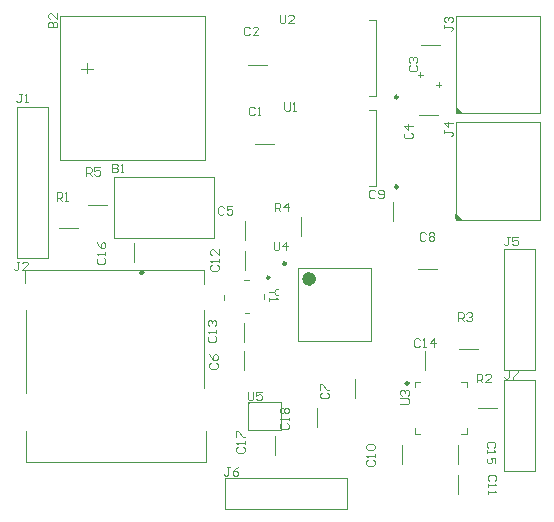
<source format=gto>
G04*
G04 #@! TF.GenerationSoftware,Altium Limited,Altium Designer,21.6.1 (37)*
G04*
G04 Layer_Color=65535*
%FSLAX25Y25*%
%MOIN*%
G70*
G04*
G04 #@! TF.SameCoordinates,5AA223CE-A3B5-4ABD-9865-E1F73ECA8A72*
G04*
G04*
G04 #@! TF.FilePolarity,Positive*
G04*
G01*
G75*
%ADD10C,0.00984*%
%ADD11C,0.01000*%
%ADD12C,0.02362*%
%ADD13C,0.00394*%
%ADD14C,0.00370*%
%ADD15C,0.00488*%
G36*
X541606Y326641D02*
X543861Y324386D01*
X541756D01*
X541230Y324911D01*
Y326406D01*
X541606Y326641D01*
D02*
G37*
G36*
X541803Y362074D02*
X544058Y359819D01*
X541953D01*
X541427Y360345D01*
Y361839D01*
X541803Y362074D01*
D02*
G37*
D10*
X437303Y306791D02*
G03*
X437303Y306791I-492J0D01*
G01*
X522146Y365335D02*
G03*
X522146Y365335I-492J0D01*
G01*
Y335413D02*
G03*
X522146Y335413I-492J0D01*
G01*
X525689Y269882D02*
G03*
X525689Y269882I-492J0D01*
G01*
X484842Y309842D02*
G03*
X484842Y309842I-492J0D01*
G01*
D11*
X479266Y305108D02*
G03*
X479266Y305108I-394J0D01*
G01*
D12*
X493701Y304724D02*
G03*
X493701Y304724I-1181J0D01*
G01*
D13*
X541634Y360138D02*
Y392520D01*
X569587D01*
Y359941D02*
Y392520D01*
X541831Y359941D02*
X569587D01*
X542500Y281496D02*
X548839D01*
X548800Y261811D02*
X555138D01*
X505087Y228135D02*
Y238371D01*
X464733D02*
X505087D01*
X464635Y238272D02*
X464733Y238371D01*
X464635Y228036D02*
Y238272D01*
Y228036D02*
X504989D01*
X505087Y228135D01*
X458036Y243808D02*
Y254134D01*
X398065Y243808D02*
Y254134D01*
Y243808D02*
X458036D01*
X398193Y266830D02*
Y294389D01*
X397799Y303444D02*
Y307775D01*
X457642D01*
Y268405D02*
Y294389D01*
Y303050D02*
Y307775D01*
X434253Y310217D02*
Y316556D01*
X427362Y338583D02*
X460728D01*
X427362Y318307D02*
Y338583D01*
Y318307D02*
X460827D01*
Y338484D01*
X418878Y329528D02*
X425216D01*
X409035Y321654D02*
X415373D01*
X395291Y362135D02*
X405527D01*
X395291Y311741D02*
Y362135D01*
Y311741D02*
X405527D01*
Y362135D01*
X418504Y373228D02*
Y376772D01*
X416535Y374803D02*
X420472D01*
X409449Y392520D02*
X457874D01*
Y344488D02*
Y392520D01*
X409449Y344488D02*
X457874D01*
X409449D02*
Y392520D01*
X528740Y372736D02*
X530413D01*
X529921Y382677D02*
X536221D01*
X529577Y371900D02*
Y373573D01*
X512402Y390945D02*
X514764D01*
Y365748D02*
Y390945D01*
X512402Y365748D02*
X514764D01*
X534941Y369390D02*
X536614D01*
X529134Y359449D02*
X535433D01*
X535778Y368553D02*
Y370226D01*
X512402Y361024D02*
X514764D01*
Y335827D02*
Y361024D01*
X512402Y335827D02*
X514764D01*
X541437Y324705D02*
Y357087D01*
X569390D01*
Y324508D02*
Y357087D01*
X541634Y324508D02*
X569390D01*
X472027Y375985D02*
X478365D01*
X527756Y268602D02*
Y270472D01*
X529626D01*
X543209D02*
X545079D01*
Y268602D02*
Y270472D01*
Y253150D02*
Y255020D01*
X543209Y253150D02*
X545079D01*
X527756D02*
Y255020D01*
Y253150D02*
X529626D01*
X531102Y274389D02*
Y280728D01*
X542323Y242894D02*
Y249233D01*
X542127Y233052D02*
Y239390D01*
X523622Y242893D02*
Y249232D01*
X470946Y304408D02*
X472521D01*
X477427Y298178D02*
Y299572D01*
X471260Y293307D02*
X472653D01*
X464320Y297767D02*
Y299342D01*
X528721Y307874D02*
X535060D01*
X520472Y323995D02*
Y330334D01*
X489764Y318878D02*
Y325217D01*
X471259Y317696D02*
Y324035D01*
X470866Y274389D02*
Y280728D01*
X557480Y274213D02*
X567717D01*
Y314567D01*
X567618Y314665D02*
X567717Y314567D01*
X557382Y314665D02*
X567618D01*
X557382Y274311D02*
Y314665D01*
Y274311D02*
X557480Y274213D01*
X567618Y271035D02*
X567717Y270936D01*
X557382Y240917D02*
Y271035D01*
X557579Y240720D02*
X567717D01*
X557382Y240917D02*
X557579Y240720D01*
X567717D02*
Y270936D01*
X557382Y271035D02*
X567618D01*
X495276Y255493D02*
Y261831D01*
X472146Y254331D02*
X483169D01*
X472146Y263779D02*
X483169D01*
X472146Y254331D02*
Y263779D01*
X483169Y254331D02*
Y263779D01*
X472146Y262992D02*
Y263779D01*
Y262992D02*
X472933Y263779D01*
X472146D02*
X472539Y263386D01*
X481102Y246043D02*
Y252381D01*
X474389Y349607D02*
X480728D01*
X507874Y264942D02*
Y271280D01*
X488779Y284055D02*
Y308465D01*
X513189Y284055D02*
Y308465D01*
X488779D02*
X513189D01*
X488779Y284055D02*
X513189D01*
X470866Y283838D02*
Y290177D01*
X471260Y307855D02*
Y314193D01*
D14*
X537552Y389289D02*
Y388339D01*
Y388814D01*
X539926D01*
X540401Y388339D01*
Y387864D01*
X539926Y387389D01*
X538027Y390239D02*
X537552Y390714D01*
Y391663D01*
X538027Y392138D01*
X538502D01*
X538976Y391663D01*
Y391189D01*
Y391663D01*
X539451Y392138D01*
X539926D01*
X540401Y391663D01*
Y390714D01*
X539926Y390239D01*
X466060Y241976D02*
X465111D01*
X465586D01*
Y239601D01*
X465111Y239126D01*
X464636D01*
X464161Y239601D01*
X468910Y241976D02*
X467960Y241501D01*
X467010Y240551D01*
Y239601D01*
X467485Y239126D01*
X468435D01*
X468910Y239601D01*
Y240076D01*
X468435Y240551D01*
X467010D01*
X395982Y310480D02*
X395032D01*
X395507D01*
Y308105D01*
X395032Y307630D01*
X394557D01*
X394082Y308105D01*
X398831Y307630D02*
X396932D01*
X398831Y309530D01*
Y310005D01*
X398356Y310480D01*
X397407D01*
X396932Y310005D01*
X426840Y343157D02*
Y340307D01*
X428265D01*
X428740Y340782D01*
Y341257D01*
X428265Y341732D01*
X426840D01*
X428265D01*
X428740Y342207D01*
Y342682D01*
X428265Y343157D01*
X426840D01*
X429690Y340307D02*
X430640D01*
X430165D01*
Y343157D01*
X429690Y342682D01*
X396850Y366385D02*
X395901D01*
X396375D01*
Y364011D01*
X395901Y363536D01*
X395426D01*
X394951Y364011D01*
X397800Y363536D02*
X398750D01*
X398275D01*
Y366385D01*
X397800Y365911D01*
X405662Y388570D02*
X408511D01*
Y389995D01*
X408036Y390470D01*
X407561D01*
X407087Y389995D01*
Y388570D01*
Y389995D01*
X406612Y390470D01*
X406137D01*
X405662Y389995D01*
Y388570D01*
X408511Y393319D02*
Y391420D01*
X406612Y393319D01*
X406137D01*
X405662Y392845D01*
Y391895D01*
X406137Y391420D01*
X482665Y392763D02*
Y390389D01*
X483140Y389914D01*
X484090D01*
X484564Y390389D01*
Y392763D01*
X487414Y389914D02*
X485514D01*
X487414Y391813D01*
Y392288D01*
X486939Y392763D01*
X485989D01*
X485514Y392288D01*
X484321Y363630D02*
Y361255D01*
X484796Y360780D01*
X485746D01*
X486221Y361255D01*
Y363630D01*
X487170Y360780D02*
X488120D01*
X487645D01*
Y363630D01*
X487170Y363155D01*
X537552Y354250D02*
Y353300D01*
Y353775D01*
X539926D01*
X540401Y353300D01*
Y352825D01*
X539926Y352350D01*
X540401Y356624D02*
X537552D01*
X538976Y355199D01*
Y357099D01*
X522985Y262980D02*
X525359D01*
X525834Y263455D01*
Y264405D01*
X525359Y264879D01*
X522985D01*
X523460Y265829D02*
X522985Y266304D01*
Y267254D01*
X523460Y267729D01*
X523935D01*
X524409Y267254D01*
Y266779D01*
Y267254D01*
X524884Y267729D01*
X525359D01*
X525834Y267254D01*
Y266304D01*
X525359Y265829D01*
X482133Y301309D02*
X481659D01*
X480709Y300359D01*
X481659Y299409D01*
X482133D01*
X480709Y300359D02*
X479284D01*
Y298460D02*
Y297510D01*
Y297985D01*
X482133D01*
X481659Y298460D01*
X559368Y318748D02*
X558418D01*
X558893D01*
Y316373D01*
X558418Y315898D01*
X557943D01*
X557468Y316373D01*
X562217Y318748D02*
X560317D01*
Y317323D01*
X561267Y317798D01*
X561742D01*
X562217Y317323D01*
Y316373D01*
X561742Y315898D01*
X560792D01*
X560317Y316373D01*
X559481Y274259D02*
X558531D01*
X559006D01*
Y271885D01*
X558531Y271410D01*
X558056D01*
X557581Y271885D01*
X560431Y274259D02*
X562330D01*
Y273784D01*
X560431Y271885D01*
Y271410D01*
X472035Y267173D02*
Y264798D01*
X472510Y264323D01*
X473460D01*
X473935Y264798D01*
Y267173D01*
X476784D02*
X474884D01*
Y265748D01*
X475834Y266223D01*
X476309D01*
X476784Y265748D01*
Y264798D01*
X476309Y264323D01*
X475359D01*
X474884Y264798D01*
X480696Y317173D02*
Y314798D01*
X481171Y314323D01*
X482121D01*
X482596Y314798D01*
Y317173D01*
X484971Y314323D02*
Y317173D01*
X483546Y315748D01*
X485445D01*
X459286Y285739D02*
X458812Y285264D01*
Y284315D01*
X459286Y283840D01*
X461186D01*
X461661Y284315D01*
Y285264D01*
X461186Y285739D01*
X461661Y286689D02*
Y287639D01*
Y287164D01*
X458812D01*
X459286Y286689D01*
Y289064D02*
X458812Y289539D01*
Y290489D01*
X459286Y290963D01*
X459761D01*
X460236Y290489D01*
Y290014D01*
Y290489D01*
X460711Y290963D01*
X461186D01*
X461661Y290489D01*
Y289539D01*
X461186Y289064D01*
X460074Y309361D02*
X459599Y308886D01*
Y307937D01*
X460074Y307462D01*
X461973D01*
X462448Y307937D01*
Y308886D01*
X461973Y309361D01*
X462448Y310311D02*
Y311261D01*
Y310786D01*
X459599D01*
X460074Y310311D01*
X462448Y314585D02*
Y312686D01*
X460548Y314585D01*
X460074D01*
X459599Y314110D01*
Y313160D01*
X460074Y312686D01*
D15*
X542114Y290701D02*
Y293551D01*
X543538D01*
X544013Y293076D01*
Y292126D01*
X543538Y291651D01*
X542114D01*
X543063D02*
X544013Y290701D01*
X544963Y293076D02*
X545438Y293551D01*
X546388D01*
X546863Y293076D01*
Y292601D01*
X546388Y292126D01*
X545913D01*
X546388D01*
X546863Y291651D01*
Y291176D01*
X546388Y290701D01*
X545438D01*
X544963Y291176D01*
X548413Y270229D02*
Y273079D01*
X549837D01*
X550312Y272604D01*
Y271654D01*
X549837Y271179D01*
X548413D01*
X549362D02*
X550312Y270229D01*
X553162D02*
X551262D01*
X553162Y272129D01*
Y272604D01*
X552687Y273079D01*
X551737D01*
X551262Y272604D01*
X422278Y311724D02*
X421804Y311249D01*
Y310299D01*
X422278Y309824D01*
X424178D01*
X424653Y310299D01*
Y311249D01*
X424178Y311724D01*
X424653Y312673D02*
Y313623D01*
Y313148D01*
X421804D01*
X422278Y312673D01*
X421804Y316948D02*
X422278Y315998D01*
X423228Y315048D01*
X424178D01*
X424653Y315523D01*
Y316473D01*
X424178Y316948D01*
X423703D01*
X423228Y316473D01*
Y315048D01*
X418098Y339126D02*
Y341976D01*
X419523D01*
X419998Y341501D01*
Y340551D01*
X419523Y340076D01*
X418098D01*
X419048D02*
X419998Y339126D01*
X422847Y341976D02*
X420947D01*
Y340551D01*
X421897Y341026D01*
X422372D01*
X422847Y340551D01*
Y339601D01*
X422372Y339126D01*
X421422D01*
X420947Y339601D01*
X408336Y330859D02*
Y333709D01*
X409761D01*
X410236Y333234D01*
Y332284D01*
X409761Y331809D01*
X408336D01*
X409286D02*
X410236Y330859D01*
X411186D02*
X412136D01*
X411661D01*
Y333709D01*
X411186Y333234D01*
X526216Y375903D02*
X525741Y375428D01*
Y374478D01*
X526216Y374003D01*
X528115D01*
X528590Y374478D01*
Y375428D01*
X528115Y375903D01*
X526216Y376853D02*
X525741Y377328D01*
Y378278D01*
X526216Y378752D01*
X526690D01*
X527165Y378278D01*
Y377803D01*
Y378278D01*
X527640Y378752D01*
X528115D01*
X528590Y378278D01*
Y377328D01*
X528115Y376853D01*
X524641Y353462D02*
X524166Y352987D01*
Y352037D01*
X524641Y351562D01*
X526540D01*
X527015Y352037D01*
Y352987D01*
X526540Y353462D01*
X527015Y355837D02*
X524166D01*
X525591Y354412D01*
Y356312D01*
X472753Y388351D02*
X472278Y388826D01*
X471329D01*
X470854Y388351D01*
Y386452D01*
X471329Y385977D01*
X472278D01*
X472753Y386452D01*
X475603Y385977D02*
X473703D01*
X475603Y387877D01*
Y388351D01*
X475128Y388826D01*
X474178D01*
X473703Y388351D01*
X529440Y284414D02*
X528965Y284889D01*
X528015D01*
X527540Y284414D01*
Y282515D01*
X528015Y282040D01*
X528965D01*
X529440Y282515D01*
X530390Y282040D02*
X531340D01*
X530865D01*
Y284889D01*
X530390Y284414D01*
X534189Y282040D02*
Y284889D01*
X532764Y283465D01*
X534664D01*
X554099Y248513D02*
X554574Y248988D01*
Y249937D01*
X554099Y250412D01*
X552200D01*
X551725Y249937D01*
Y248988D01*
X552200Y248513D01*
X551725Y247563D02*
Y246613D01*
Y247088D01*
X554574D01*
X554099Y247563D01*
X554574Y243288D02*
Y245188D01*
X553150D01*
X553624Y244238D01*
Y243763D01*
X553150Y243288D01*
X552200D01*
X551725Y243763D01*
Y244713D01*
X552200Y245188D01*
X554493Y237408D02*
X554968Y237883D01*
Y238832D01*
X554493Y239307D01*
X552594D01*
X552119Y238832D01*
Y237883D01*
X552594Y237408D01*
X552119Y236458D02*
Y235508D01*
Y235983D01*
X554968D01*
X554493Y236458D01*
X552119Y234083D02*
Y233134D01*
Y233608D01*
X554968D01*
X554493Y234083D01*
X512042Y244401D02*
X511567Y243926D01*
Y242976D01*
X512042Y242501D01*
X513942D01*
X514417Y242976D01*
Y243926D01*
X513942Y244401D01*
X514417Y245351D02*
Y246301D01*
Y245826D01*
X511567D01*
X512042Y245351D01*
Y247725D02*
X511567Y248200D01*
Y249150D01*
X512042Y249625D01*
X513942D01*
X514417Y249150D01*
Y248200D01*
X513942Y247725D01*
X512042D01*
X531415Y319847D02*
X530940Y320322D01*
X529990D01*
X529515Y319847D01*
Y317948D01*
X529990Y317473D01*
X530940D01*
X531415Y317948D01*
X532365Y319847D02*
X532840Y320322D01*
X533789D01*
X534264Y319847D01*
Y319373D01*
X533789Y318898D01*
X534264Y318423D01*
Y317948D01*
X533789Y317473D01*
X532840D01*
X532365Y317948D01*
Y318423D01*
X532840Y318898D01*
X532365Y319373D01*
Y319847D01*
X532840Y318898D02*
X533789D01*
X514486Y334021D02*
X514011Y334496D01*
X513061D01*
X512586Y334021D01*
Y332121D01*
X513061Y331646D01*
X514011D01*
X514486Y332121D01*
X515436D02*
X515910Y331646D01*
X516860D01*
X517335Y332121D01*
Y334021D01*
X516860Y334496D01*
X515910D01*
X515436Y334021D01*
Y333546D01*
X515910Y333071D01*
X517335D01*
X481090Y327315D02*
Y330165D01*
X482515D01*
X482990Y329690D01*
Y328740D01*
X482515Y328265D01*
X481090D01*
X482040D02*
X482990Y327315D01*
X485364D02*
Y330165D01*
X483940Y328740D01*
X485839D01*
X464092Y328509D02*
X463617Y328984D01*
X462667D01*
X462192Y328509D01*
Y326609D01*
X462667Y326134D01*
X463617D01*
X464092Y326609D01*
X466941Y328984D02*
X465042D01*
Y327559D01*
X465992Y328034D01*
X466467D01*
X466941Y327559D01*
Y326609D01*
X466467Y326134D01*
X465517D01*
X465042Y326609D01*
X459680Y276691D02*
X459205Y276216D01*
Y275266D01*
X459680Y274791D01*
X461580D01*
X462055Y275266D01*
Y276216D01*
X461580Y276691D01*
X459205Y279540D02*
X459680Y278590D01*
X460630Y277640D01*
X461580D01*
X462055Y278115D01*
Y279065D01*
X461580Y279540D01*
X461105D01*
X460630Y279065D01*
Y277640D01*
X483302Y256606D02*
X482827Y256131D01*
Y255181D01*
X483302Y254706D01*
X485202D01*
X485677Y255181D01*
Y256131D01*
X485202Y256606D01*
X485677Y257555D02*
Y258505D01*
Y258030D01*
X482827D01*
X483302Y257555D01*
Y259930D02*
X482827Y260405D01*
Y261355D01*
X483302Y261830D01*
X483777D01*
X484252Y261355D01*
X484727Y261830D01*
X485202D01*
X485677Y261355D01*
Y260405D01*
X485202Y259930D01*
X484727D01*
X484252Y260405D01*
X483777Y259930D01*
X483302D01*
X484252Y260405D02*
Y261355D01*
X468735Y248731D02*
X468260Y248257D01*
Y247307D01*
X468735Y246832D01*
X470635D01*
X471110Y247307D01*
Y248257D01*
X470635Y248731D01*
X471110Y249681D02*
Y250631D01*
Y250156D01*
X468260D01*
X468735Y249681D01*
X468260Y252056D02*
Y253956D01*
X468735D01*
X470635Y252056D01*
X471110D01*
X474409Y361580D02*
X473935Y362055D01*
X472985D01*
X472510Y361580D01*
Y359680D01*
X472985Y359205D01*
X473935D01*
X474409Y359680D01*
X475359Y359205D02*
X476309D01*
X475834D01*
Y362055D01*
X475359Y361580D01*
X496688Y266848D02*
X496213Y266373D01*
Y265423D01*
X496688Y264948D01*
X498588D01*
X499062Y265423D01*
Y266373D01*
X498588Y266848D01*
X496213Y267798D02*
Y269697D01*
X496688D01*
X498588Y267798D01*
X499062D01*
M02*

</source>
